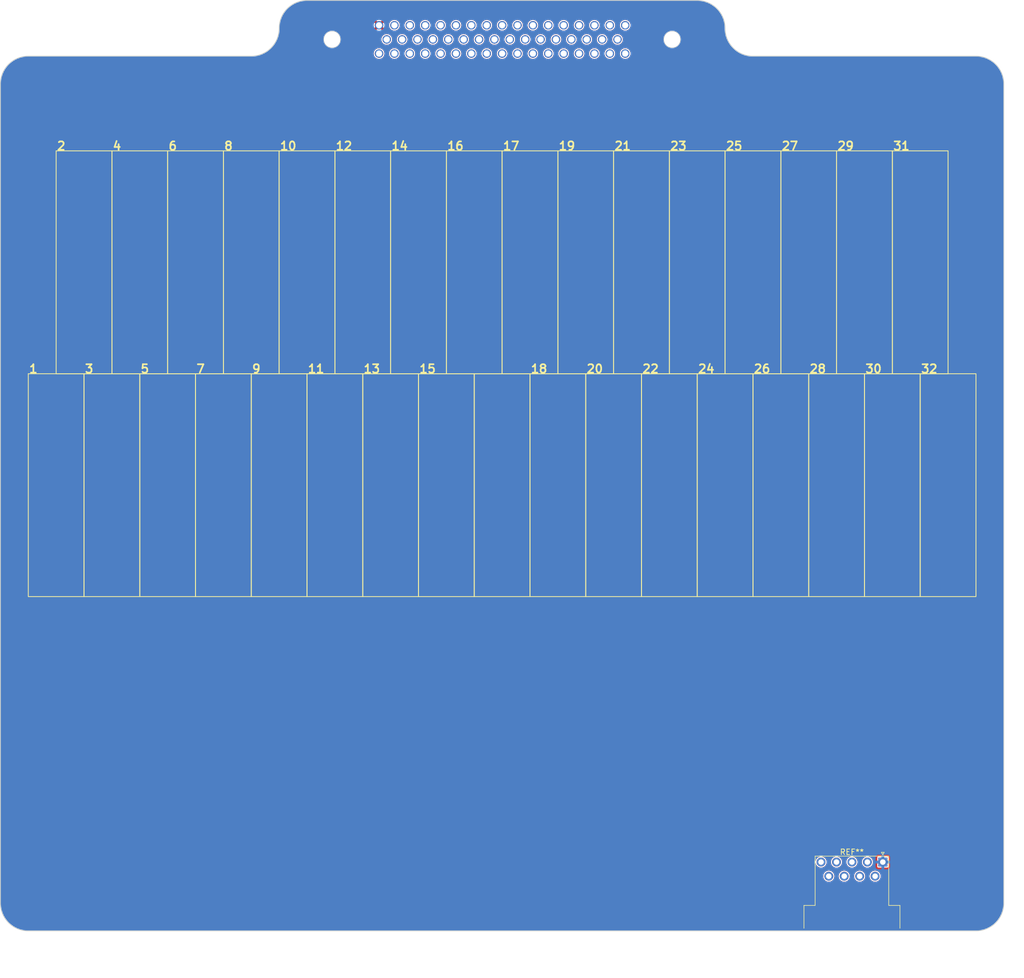
<source format=kicad_pcb>
(kicad_pcb (version 20221018) (generator pcbnew)
  (layers (0 "F.Cu" signal "S.Ground.Layer.Cu.1") (1 "In1.Cu" signal "In.Trace.Layer.Cu.2") (2 "In2.Cu" signal "S.Ground.Layer.Cu.3") (3 "In3.Cu" signal "S.Ground.Layer.Cu.4") (4 "In4.Cu" signal "In.Trace.Layer.Cu.5") (5 "In5.Cu" signal "S.Ground.Layer.Cu.6") (6 "In6.Cu" signal "S.Ground.Layer.Cu.7") (7 "In7.Cu" signal "Out.Trace.Layer.Cu.8") (8 "In8.Cu" signal "S.Ground.Layer.Cu.9") (9 "In9.Cu" signal "P.Ground.Layer.Cu.10") (10 "In10.Cu" signal "Power.Layer.Cu.11") (31 "B.Cu" signal "P.Ground.Layer.Cu.12") (34 "B.Paste" user) (35 "F.Paste" user) (36 "B.SilkS" user "B.Silkscreen") (37 "F.SilkS" user "F.Silkscreen") (38 "B.Mask" user) (39 "F.Mask" user) (44 "Edge.Cuts" user))
  (net 0 "")
  (net 1 "Signal.Ground")
  (net 2 "Power.Ground")
  (footprint "1.Local.Library:CONN D-SUB PLUG 50POS RA SLDR" (layer "F.Cu") (at 120 20)
    (fp_text reference "REF**" hide)
    (fp_text value "CONN D-SUB PLUG 50POS RA SLDR" hide)
    (fp_circle (center -30.5 0) (end -29 0) (stroke (width 0.1)) (fill none) (layer "Edge.Cuts"))
    (fp_circle (center 30.5 0) (end 32 0) (stroke (width 0.1)) (fill none) (layer "Edge.Cuts"))
    (pad "1" thru_hole circle (at -22.08 -2.54) (size 1.524 1.524) (drill 1.1) (layers "*.Cu" "*.Mask") (net 1 "Signal.Ground"))
    (pad "2" thru_hole circle (at -19.32 -2.54) (size 1.524 1.524) (drill 1.1) (layers "*.Cu" "*.Mask"))
    (pad "3" thru_hole circle (at -16.56 -2.54) (size 1.524 1.524) (drill 1.1) (layers "*.Cu" "*.Mask"))
    (pad "4" thru_hole circle (at -13.8 -2.54) (size 1.524 1.524) (drill 1.1) (layers "*.Cu" "*.Mask"))
    (pad "5" thru_hole circle (at -11.04 -2.54) (size 1.524 1.524) (drill 1.1) (layers "*.Cu" "*.Mask"))
    (pad "6" thru_hole circle (at -8.28 -2.54) (size 1.524 1.524) (drill 1.1) (layers "*.Cu" "*.Mask"))
    (pad "7" thru_hole circle (at -5.52 -2.54) (size 1.524 1.524) (drill 1.1) (layers "*.Cu" "*.Mask"))
    (pad "8" thru_hole circle (at -2.76 -2.54) (size 1.524 1.524) (drill 1.1) (layers "*.Cu" "*.Mask"))
    (pad "9" thru_hole circle (at 0 -2.54) (size 1.524 1.524) (drill 1.1) (layers "*.Cu" "*.Mask"))
    (pad "10" thru_hole circle (at 2.76 -2.54) (size 1.524 1.524) (drill 1.1) (layers "*.Cu" "*.Mask"))
    (pad "11" thru_hole circle (at 5.52 -2.54) (size 1.524 1.524) (drill 1.1) (layers "*.Cu" "*.Mask"))
    (pad "12" thru_hole circle (at 8.28 -2.54) (size 1.524 1.524) (drill 1.1) (layers "*.Cu" "*.Mask"))
    (pad "13" thru_hole circle (at 11.04 -2.54) (size 1.524 1.524) (drill 1.1) (layers "*.Cu" "*.Mask"))
    (pad "14" thru_hole circle (at 13.8 -2.54) (size 1.524 1.524) (drill 1.1) (layers "*.Cu" "*.Mask"))
    (pad "15" thru_hole circle (at 16.56 -2.54) (size 1.524 1.524) (drill 1.1) (layers "*.Cu" "*.Mask"))
    (pad "16" thru_hole circle (at 19.32 -2.54) (size 1.524 1.524) (drill 1.1) (layers "*.Cu" "*.Mask"))
    (pad "17" thru_hole circle (at 22.08 -2.54) (size 1.524 1.524) (drill 1.1) (layers "*.Cu" "*.Mask"))
    (pad "18" thru_hole circle (at -20.7 0) (size 1.524 1.524) (drill 1.1) (layers "*.Cu" "*.Mask"))
    (pad "19" thru_hole circle (at -17.94 0) (size 1.524 1.524) (drill 1.1) (layers "*.Cu" "*.Mask"))
    (pad "20" thru_hole circle (at -15.18 0) (size 1.524 1.524) (drill 1.1) (layers "*.Cu" "*.Mask"))
    (pad "21" thru_hole circle (at -12.42 0) (size 1.524 1.524) (drill 1.1) (layers "*.Cu" "*.Mask"))
    (pad "22" thru_hole circle (at -9.66 0) (size 1.524 1.524) (drill 1.1) (layers "*.Cu" "*.Mask"))
    (pad "23" thru_hole circle (at -6.9 0) (size 1.524 1.524) (drill 1.1) (layers "*.Cu" "*.Mask"))
    (pad "24" thru_hole circle (at -4.14 0) (size 1.524 1.524) (drill 1.1) (layers "*.Cu" "*.Mask"))
    (pad "25" thru_hole circle (at -1.38 0) (size 1.524 1.524) (drill 1.1) (layers "*.Cu" "*.Mask"))
    (pad "26" thru_hole circle (at 1.38 0) (size 1.524 1.524) (drill 1.1) (layers "*.Cu" "*.Mask"))
    (pad "27" thru_hole circle (at 4.14 0) (size 1.524 1.524) (drill 1.1) (layers "*.Cu" "*.Mask"))
    (pad "28" thru_hole circle (at 6.9 0) (size 1.524 1.524) (drill 1.1) (layers "*.Cu" "*.Mask"))
    (pad "29" thru_hole circle (at 9.66 0) (size 1.524 1.524) (drill 1.1) (layers "*.Cu" "*.Mask"))
    (pad "30" thru_hole circle (at 12.42 0) (size 1.524 1.524) (drill 1.1) (layers "*.Cu" "*.Mask"))
    (pad "31" thru_hole circle (at 15.18 0) (size 1.524 1.524) (drill 1.1) (layers "*.Cu" "*.Mask"))
    (pad "32" thru_hole circle (at 17.94 0) (size 1.524 1.524) (drill 1.1) (layers "*.Cu" "*.Mask"))
    (pad "33" thru_hole circle (at 20.7 0) (size 1.524 1.524) (drill 1.1) (layers "*.Cu" "*.Mask"))
    (pad "34" thru_hole circle (at -22.08 2.54) (size 1.524 1.524) (drill 1.1) (layers "*.Cu" "*.Mask"))
    (pad "35" thru_hole circle (at -19.32 2.54) (size 1.524 1.524) (drill 1.1) (layers "*.Cu" "*.Mask"))
    (pad "36" thru_hole circle (at -16.56 2.54) (size 1.524 1.524) (drill 1.1) (layers "*.Cu" "*.Mask"))
    (pad "37" thru_hole circle (at -13.8 2.54) (size 1.524 1.524) (drill 1.1) (layers "*.Cu" "*.Mask"))
    (pad "38" thru_hole circle (at -11.04 2.54) (size 1.524 1.524) (drill 1.1) (layers "*.Cu" "*.Mask"))
    (pad "39" thru_hole circle (at -8.28 2.54) (size 1.524 1.524) (drill 1.1) (layers "*.Cu" "*.Mask"))
    (pad "40" thru_hole circle (at -5.52 2.54) (size 1.524 1.524) (drill 1.1) (layers "*.Cu" "*.Mask"))
    (pad "41" thru_hole circle (at -2.76 2.54) (size 1.524 1.524) (drill 1.1) (layers "*.Cu" "*.Mask"))
    (pad "42" thru_hole circle (at 0 2.54) (size 1.524 1.524) (drill 1.1) (layers "*.Cu" "*.Mask"))
    (pad "43" thru_hole circle (at 2.76 2.54) (size 1.524 1.524) (drill 1.1) (layers "*.Cu" "*.Mask"))
    (pad "44" thru_hole circle (at 5.52 2.54) (size 1.524 1.524) (drill 1.1) (layers "*.Cu" "*.Mask"))
    (pad "45" thru_hole circle (at 8.28 2.54) (size 1.524 1.524) (drill 1.1) (layers "*.Cu" "*.Mask"))
    (pad "46" thru_hole circle (at 11.04 2.54) (size 1.524 1.524) (drill 1.1) (layers "*.Cu" "*.Mask"))
    (pad "47" thru_hole circle (at 13.8 2.54) (size 1.524 1.524) (drill 1.1) (layers "*.Cu" "*.Mask"))
    (pad "48" thru_hole circle (at 16.56 2.54) (size 1.524 1.524) (drill 1.1) (layers "*.Cu" "*.Mask"))
    (pad "49" thru_hole circle (at 19.32 2.54) (size 1.524 1.524) (drill 1.1) (layers "*.Cu" "*.Mask"))
    (pad "50" thru_hole circle (at 22.08 2.54) (size 1.524 1.524) (drill 1.1) (layers "*.Cu" "*.Mask"))
  )
  (footprint "Connector_Dsub:DSUB-9_Female_Horizontal_P2.77x2.54mm_EdgePinOffset9.40mm" (layer "F.Cu") (at 188.293 167.647)
    (fp_text reference "REF**" (at -5.54 -1.8) (layer "F.SilkS"))
    (fp_text value "DSUB-9_Female_Horizontal_P2.77x2.54mm_EdgePinOffset9.40mm")
    (fp_line (start -14.15 7.78) (end -12.14 7.78) (stroke (width 0.12)) (layer "F.SilkS"))
    (fp_line (start -14.15 11.88) (end -14.15 7.78) (stroke (width 0.12)) (layer "F.SilkS"))
    (fp_line (start -12.14 -1.06) (end 1.06 -1.06) (stroke (width 0.12)) (layer "F.SilkS"))
    (fp_line (start -12.14 7.78) (end -12.14 -1.06) (stroke (width 0.12)) (layer "F.SilkS"))
    (fp_line (start -0.25 -1.754338) (end 0.25 -1.754338) (stroke (width 0.12)) (layer "F.SilkS"))
    (fp_line (start 0 -1.321325) (end -0.25 -1.754338) (stroke (width 0.12)) (layer "F.SilkS"))
    (fp_line (start 0.25 -1.754338) (end 0 -1.321325) (stroke (width 0.12)) (layer "F.SilkS"))
    (fp_line (start 1.06 -1.06) (end 1.06 7.78) (stroke (width 0.12)) (layer "F.SilkS"))
    (fp_line (start 1.06 7.78) (end 3.07 7.78) (stroke (width 0.12)) (layer "F.SilkS"))
    (fp_line (start 3.07 7.78) (end 3.07 11.88) (stroke (width 0.12)) (layer "F.SilkS"))
    (pad "1" thru_hole rect (at 0 0) (size 1.6 1.6) (drill 1) (layers "*.Cu" "*.Mask") (net 2 "Power.Ground"))
    (pad "2" thru_hole circle (at -2.77 0) (size 1.6 1.6) (drill 1) (layers "*.Cu" "*.Mask"))
    (pad "3" thru_hole circle (at -5.54 0) (size 1.6 1.6) (drill 1) (layers "*.Cu" "*.Mask"))
    (pad "4" thru_hole circle (at -8.31 0) (size 1.6 1.6) (drill 1) (layers "*.Cu" "*.Mask"))
    (pad "5" thru_hole circle (at -11.08 0) (size 1.6 1.6) (drill 1) (layers "*.Cu" "*.Mask"))
    (pad "6" thru_hole circle (at -1.385 2.54) (size 1.6 1.6) (drill 1) (layers "*.Cu" "*.Mask"))
    (pad "7" thru_hole circle (at -4.155 2.54) (size 1.6 1.6) (drill 1) (layers "*.Cu" "*.Mask"))
    (pad "8" thru_hole circle (at -6.925 2.54) (size 1.6 1.6) (drill 1) (layers "*.Cu" "*.Mask"))
    (pad "9" thru_hole circle (at -9.695 2.54) (size 1.6 1.6) (drill 1) (layers "*.Cu" "*.Mask"))
  )
  (gr_rect (start 105 80) (end 115 120) (stroke (width 0.15)) (fill none) (layer "F.SilkS"))
  (gr_rect (start 140 40) (end 150 80) (stroke (width 0.15)) (fill none) (layer "F.SilkS"))
  (gr_rect (start 45 80) (end 55 120) (stroke (width 0.15)) (fill none) (layer "F.SilkS"))
  (gr_rect (start 65 80) (end 75 120) (stroke (width 0.15)) (fill none) (layer "F.SilkS"))
  (gr_rect (start 155 80) (end 165 120) (stroke (width 0.15)) (fill none) (layer "F.SilkS"))
  (gr_rect (start 150 40) (end 160 80) (stroke (width 0.15)) (fill none) (layer "F.SilkS"))
  (gr_rect (start 195 80) (end 205 120) (stroke (width 0.15)) (fill none) (layer "F.SilkS"))
  (gr_rect (start 165 80) (end 175 120) (stroke (width 0.15)) (fill none) (layer "F.SilkS"))
  (gr_rect (start 35 80) (end 45 120) (stroke (width 0.15)) (fill none) (layer "F.SilkS"))
  (gr_rect (start 50 40) (end 60 80) (stroke (width 0.15)) (fill none) (layer "F.SilkS"))
  (gr_rect (start 185 80) (end 195 120) (stroke (width 0.15)) (fill none) (layer "F.SilkS"))
  (gr_rect (start 170 40) (end 180 80) (stroke (width 0.15)) (fill none) (layer "F.SilkS"))
  (gr_rect (start 80 40) (end 90 80) (stroke (width 0.15)) (fill none) (layer "F.SilkS"))
  (gr_rect (start 75 80) (end 85 120) (stroke (width 0.15)) (fill none) (layer "F.SilkS"))
  (gr_rect (start 135 80) (end 145 120) (stroke (width 0.15)) (fill none) (layer "F.SilkS"))
  (gr_rect (start 55 80) (end 65 120) (stroke (width 0.15)) (fill none) (layer "F.SilkS"))
  (gr_rect (start 120 40) (end 130 80) (stroke (width 0.15)) (fill none) (layer "F.SilkS"))
  (gr_rect (start 130 40) (end 140 80) (stroke (width 0.15)) (fill none) (layer "F.SilkS"))
  (gr_rect (start 125 80) (end 135 120) (stroke (width 0.15)) (fill none) (layer "F.SilkS"))
  (gr_rect (start 180 40) (end 190 80) (stroke (width 0.15)) (fill none) (layer "F.SilkS"))
  (gr_rect (start 100 40) (end 110 80) (stroke (width 0.15)) (fill none) (layer "F.SilkS"))
  (gr_rect (start 40 40) (end 50 80) (stroke (width 0.15)) (fill none) (layer "F.SilkS"))
  (gr_rect (start 95 80) (end 105 120) (stroke (width 0.15)) (fill none) (layer "F.SilkS"))
  (gr_rect (start 160 40) (end 170 80) (stroke (width 0.15)) (fill none) (layer "F.SilkS"))
  (gr_rect (start 110 40) (end 120 80) (stroke (width 0.15)) (fill none) (layer "F.SilkS"))
  (gr_rect (start 85 80) (end 95 120) (stroke (width 0.15)) (fill none) (layer "F.SilkS"))
  (gr_rect (start 60 40) (end 70 80) (stroke (width 0.15)) (fill none) (layer "F.SilkS"))
  (gr_rect (start 175 80) (end 185 120) (stroke (width 0.15)) (fill none) (layer "F.SilkS"))
  (gr_rect (start 145 80) (end 155 120) (stroke (width 0.15)) (fill none) (layer "F.SilkS"))
  (gr_rect (start 70 40) (end 80 80) (stroke (width 0.15)) (fill none) (layer "F.SilkS"))
  (gr_rect (start 90 40) (end 100 80) (stroke (width 0.15)) (fill none) (layer "F.SilkS"))
  (gr_rect (start 190 40) (end 200 80) (stroke (width 0.15)) (fill none) (layer "F.SilkS"))
  (gr_rect (start 115 80) (end 125 120) (stroke (width 0.15)) (fill none) (layer "F.SilkS"))
  (gr_poly (pts (arc (start 205 180) (mid 208.535534 178.535534) (end 210 175)) (arc (start 210 28) (mid 208.535534 24.464466) (end 205 23)) (arc (start 165 23) (mid 161.464466 21.535534) (end 160 18)) (arc (start 160 18) (mid 158.535534 14.464466) (end 155 13)) (arc (start 85 13) (mid 81.464466 14.464466) (end 80 18)) (arc (start 80 18) (mid 78.535534 21.535534) (end 75 23)) (arc (start 35 23) (mid 31.464466 24.464466) (end 30 28)) (arc (start 30 175) (mid 31.464466 178.535534) (end 35 180))) (stroke (width 0.15)) (fill none) (layer "Edge.Cuts"))
  (gr_text "8" (at 70 40) (layer "F.SilkS") (effects (font (size 1.5 1.5) (thickness 0.3) bold) (justify left bottom)))
  (gr_text "14" (at 100 40) (layer "F.SilkS") (effects (font (size 1.5 1.5) (thickness 0.3) bold) (justify left bottom)))
  (gr_text "32" (at 195 80) (layer "F.SilkS") (effects (font (size 1.5 1.5) (thickness 0.3) bold) (justify left bottom)))
  (gr_text "17" (at 120 40) (layer "F.SilkS") (effects (font (size 1.5 1.5) (thickness 0.3) bold) (justify left bottom)))
  (gr_text "9" (at 75 80) (layer "F.SilkS") (effects (font (size 1.5 1.5) (thickness 0.3) bold) (justify left bottom)))
  (gr_text "16" (at 110 40) (layer "F.SilkS") (effects (font (size 1.5 1.5) (thickness 0.3) bold) (justify left bottom)))
  (gr_text "11" (at 85 80) (layer "F.SilkS") (effects (font (size 1.5 1.5) (thickness 0.3) bold) (justify left bottom)))
  (gr_text "29" (at 180 40) (layer "F.SilkS") (effects (font (size 1.5 1.5) (thickness 0.3) bold) (justify left bottom)))
  (gr_text "28" (at 175 80) (layer "F.SilkS") (effects (font (size 1.5 1.5) (thickness 0.3) bold) (justify left bottom)))
  (gr_text "30" (at 185 80) (layer "F.SilkS") (effects (font (size 1.5 1.5) (thickness 0.3) bold) (justify left bottom)))
  (gr_text "7" (at 65 80) (layer "F.SilkS") (effects (font (size 1.5 1.5) (thickness 0.3) bold) (justify left bottom)))
  (gr_text "31" (at 190 40) (layer "F.SilkS") (effects (font (size 1.5 1.5) (thickness 0.3) bold) (justify left bottom)))
  (gr_text "20" (at 135 80) (layer "F.SilkS") (effects (font (size 1.5 1.5) (thickness 0.3) bold) (justify left bottom)))
  (gr_text "18" (at 125 80) (layer "F.SilkS") (effects (font (size 1.5 1.5) (thickness 0.3) bold) (justify left bottom)))
  (gr_text "6" (at 60 40) (layer "F.SilkS") (effects (font (size 1.5 1.5) (thickness 0.3) bold) (justify left bottom)))
  (gr_text "26" (at 165 80) (layer "F.SilkS") (effects (font (size 1.5 1.5) (thickness 0.3) bold) (justify left bottom)))
  (gr_text "21" (at 140 40) (layer "F.SilkS") (effects (font (size 1.5 1.5) (thickness 0.3) bold) (justify left bottom)))
  (gr_text "1" (at 35 80) (layer "F.SilkS") (effects (font (size 1.5 1.5) (thickness 0.3) bold) (justify left bottom)))
  (gr_text "24" (at 155 80) (layer "F.SilkS") (effects (font (size 1.5 1.5) (thickness 0.3) bold) (justify left bottom)))
  (gr_text "4" (at 50 40) (layer "F.SilkS") (effects (font (size 1.5 1.5) (thickness 0.3) bold) (justify left bottom)))
  (gr_text "13" (at 95 80) (layer "F.SilkS") (effects (font (size 1.5 1.5) (thickness 0.3) bold) (justify left bottom)))
  (gr_text "12" (at 90 40) (layer "F.SilkS") (effects (font (size 1.5 1.5) (thickness 0.3) bold) (justify left bottom)))
  (gr_text "2" (at 40 40) (layer "F.SilkS") (effects (font (size 1.5 1.5) (thickness 0.3) bold) (justify left bottom)))
  (gr_text "19" (at 130 40) (layer "F.SilkS") (effects (font (size 1.5 1.5) (thickness 0.3) bold) (justify left bottom)))
  (gr_text "22" (at 145 80) (layer "F.SilkS") (effects (font (size 1.5 1.5) (thickness 0.3) bold) (justify left bottom)))
  (gr_text "23" (at 150 40) (layer "F.SilkS") (effects (font (size 1.5 1.5) (thickness 0.3) bold) (justify left bottom)))
  (gr_text "5" (at 55 80) (layer "F.SilkS") (effects (font (size 1.5 1.5) (thickness 0.3) bold) (justify left bottom)))
  (gr_text "15" (at 105 80) (layer "F.SilkS") (effects (font (size 1.5 1.5) (thickness 0.3) bold) (justify left bottom)))
  (gr_text "27" (at 170 40) (layer "F.SilkS") (effects (font (size 1.5 1.5) (thickness 0.3) bold) (justify left bottom)))
  (gr_text "3" (at 45 80) (layer "F.SilkS") (effects (font (size 1.5 1.5) (thickness 0.3) bold) (justify left bottom)))
  (gr_text "10" (at 80 40) (layer "F.SilkS") (effects (font (size 1.5 1.5) (thickness 0.3) bold) (justify left bottom)))
  (gr_text "25" (at 160 40) (layer "F.SilkS") (effects (font (size 1.5 1.5) (thickness 0.3) bold) (justify left bottom)))
  (zone (net 1) (net_name "Signal.Ground") (layers "F.Cu" "In2.Cu" "In3.Cu" "In5.Cu" "In6.Cu" "In8.Cu") (connect_pads (clearance 0)) (min_thickness 0.25) (fill yes (thermal_gap 0.5) (thermal_bridge_width 0.5))
    (polygon (pts (xy 34.797 180.061) (xy 205.208 180.061) (xy 205.878 179.983) (xy 206.321 179.875) (xy 207.117 179.603) (xy 207.606 179.34) (xy 208.392 178.768) (xy 209.155 177.901) (xy 209.669 176.974) (xy 209.917 176.188) (xy 210.048 175.347) (xy 210.06 174.457) (xy 210.06 27.831) (xy 210.022 27.346) (xy 209.941 26.9) (xy 209.715 26.162) (xy 209.475 25.621) (xy 209.166 25.115) (xy 208.738 24.578) (xy 208.404 24.248) (xy 208.09 23.991) (xy 207.52 23.609) (xy 207.193 23.437) (xy 206.523 23.166) (xy 206.094 23.055) (xy 205.657 22.973) (xy 205.214 22.941) (xy 164.786 22.941) (xy 164.347 22.896) (xy 163.883 22.813) (xy 163.465 22.697) (xy 163.041 22.532) (xy 162.598 22.315) (xy 162.176 22.043) (xy 161.711 21.689) (xy 161.323 21.294) (xy 161 20.887) (xy 160.757 20.522) (xy 160.571 20.178) (xy 160.421 19.828) (xy 160.274 19.436) (xy 160.162 18.984) (xy 160.056 18.352) (xy 160.06 17.806) (xy 160.02 17.317) (xy 159.943 16.9) (xy 159.829 16.485) (xy 159.677 16.069) (xy 159.505 15.673) (xy 159.272 15.27) (xy 159.015 14.92) (xy 158.73 14.578) (xy 158.409 14.268) (xy 158.002 13.93) (xy 157.701 13.719) (xy 157.3 13.484) (xy 156.91 13.309) (xy 156.503 13.15) (xy 155.726 12.978) (xy 155.175 12.929) (xy 84.779 12.929) (xy 84.339 12.972) (xy 83.907 13.048) (xy 83.468 13.165) (xy 83.057 13.317) (xy 82.655 13.5) (xy 82.289 13.714) (xy 81.997 13.919) (xy 81.852 14.031) (xy 81.669 14.183) (xy 81.407 14.43) (xy 81.228 14.621) (xy 81.035 14.851) (xy 80.873 15.059) (xy 80.717 15.29) (xy 80.503 15.658) (xy 80.308 16.071) (xy 80.162 16.47) (xy 80.05 16.903) (xy 79.974 17.336) (xy 79.931 17.777) (xy 79.927 18.22) (xy 79.892 18.639) (xy 79.806 19.105) (xy 79.661 19.644) (xy 79.575 19.848) (xy 79.422 20.178) (xy 79.346 20.333) (xy 79.152 20.66) (xy 78.912 21.004) (xy 78.631 21.343) (xy 78.327 21.647) (xy 77.976 21.931) (xy 77.649 22.163) (xy 77.264 22.382) (xy 76.842 22.578) (xy 76.477 22.708) (xy 76.062 22.821) (xy 75.622 22.898) (xy 75.193 22.931) (xy 34.796 22.931) (xy 34.341 22.972) (xy 33.902 23.05) (xy 33.473 23.168) (xy 33.047 23.323) (xy 32.655 23.508) (xy 32.271 23.729) (xy 31.857 24.026) (xy 31.572 24.264) (xy 31.267 24.568) (xy 30.936 24.966) (xy 30.821 25.13) (xy 30.5 25.659) (xy 30.294 26.118) (xy 30.141 26.563) (xy 30.045 26.912) (xy 29.973 27.333) (xy 29.934 27.778) (xy 29.934 175.198) (xy 29.977 175.662) (xy 30.052 176.095) (xy 30.163 176.53) (xy 30.319 176.951) (xy 30.523 177.376) (xy 30.75 177.773) (xy 30.989 178.105) (xy 31.377 178.535) (xy 31.876 178.987) (xy 32.289 179.276) (xy 32.666 179.497) (xy 33.339 179.787) (xy 33.738 179.906) (xy 34.343 180.028)))
  )
  (zone (net 2) (net_name "Power.Ground") (layers "In9.Cu" "B.Cu") (connect_pads (clearance 0)) (min_thickness 0.25) (fill yes (thermal_gap 0.5) (thermal_bridge_width 0.5))
    (polygon (pts (xy 34.797 180.061) (xy 205.208 180.061) (xy 205.878 179.983) (xy 206.321 179.875) (xy 207.117 179.603) (xy 207.606 179.34) (xy 208.392 178.768) (xy 209.155 177.901) (xy 209.669 176.974) (xy 209.917 176.188) (xy 210.048 175.347) (xy 210.06 174.457) (xy 210.06 27.831) (xy 210.022 27.346) (xy 209.941 26.9) (xy 209.715 26.162) (xy 209.475 25.621) (xy 209.166 25.115) (xy 208.738 24.578) (xy 208.404 24.248) (xy 208.09 23.991) (xy 207.52 23.609) (xy 207.193 23.437) (xy 206.523 23.166) (xy 206.094 23.055) (xy 205.657 22.973) (xy 205.214 22.941) (xy 164.786 22.941) (xy 164.347 22.896) (xy 163.883 22.813) (xy 163.465 22.697) (xy 163.041 22.532) (xy 162.598 22.315) (xy 162.176 22.043) (xy 161.711 21.689) (xy 161.323 21.294) (xy 161 20.887) (xy 160.757 20.522) (xy 160.571 20.178) (xy 160.421 19.828) (xy 160.274 19.436) (xy 160.162 18.984) (xy 160.056 18.352) (xy 160.06 17.806) (xy 160.02 17.317) (xy 159.943 16.9) (xy 159.829 16.485) (xy 159.677 16.069) (xy 159.505 15.673) (xy 159.272 15.27) (xy 159.015 14.92) (xy 158.73 14.578) (xy 158.409 14.268) (xy 158.002 13.93) (xy 157.701 13.719) (xy 157.3 13.484) (xy 156.91 13.309) (xy 156.503 13.15) (xy 155.726 12.978) (xy 155.175 12.929) (xy 84.779 12.929) (xy 84.339 12.972) (xy 83.907 13.048) (xy 83.468 13.165) (xy 83.057 13.317) (xy 82.655 13.5) (xy 82.289 13.714) (xy 81.997 13.919) (xy 81.852 14.031) (xy 81.669 14.183) (xy 81.407 14.43) (xy 81.228 14.621) (xy 81.035 14.851) (xy 80.873 15.059) (xy 80.717 15.29) (xy 80.503 15.658) (xy 80.308 16.071) (xy 80.162 16.47) (xy 80.05 16.903) (xy 79.974 17.336) (xy 79.931 17.777) (xy 79.927 18.22) (xy 79.892 18.639) (xy 79.806 19.105) (xy 79.661 19.644) (xy 79.575 19.848) (xy 79.422 20.178) (xy 79.346 20.333) (xy 79.152 20.66) (xy 78.912 21.004) (xy 78.631 21.343) (xy 78.327 21.647) (xy 77.976 21.931) (xy 77.649 22.163) (xy 77.264 22.382) (xy 76.842 22.578) (xy 76.477 22.708) (xy 76.062 22.821) (xy 75.622 22.898) (xy 75.193 22.931) (xy 34.796 22.931) (xy 34.341 22.972) (xy 33.902 23.05) (xy 33.473 23.168) (xy 33.047 23.323) (xy 32.655 23.508) (xy 32.271 23.729) (xy 31.857 24.026) (xy 31.572 24.264) (xy 31.267 24.568) (xy 30.936 24.966) (xy 30.821 25.13) (xy 30.5 25.659) (xy 30.294 26.118) (xy 30.141 26.563) (xy 30.045 26.912) (xy 29.973 27.333) (xy 29.934 27.778) (xy 29.934 175.198) (xy 29.977 175.662) (xy 30.052 176.095) (xy 30.163 176.53) (xy 30.319 176.951) (xy 30.523 177.376) (xy 30.75 177.773) (xy 30.989 178.105) (xy 31.377 178.535) (xy 31.876 178.987) (xy 32.289 179.276) (xy 32.666 179.497) (xy 33.339 179.787) (xy 33.738 179.906) (xy 34.343 180.028)))
  )
)
</source>
